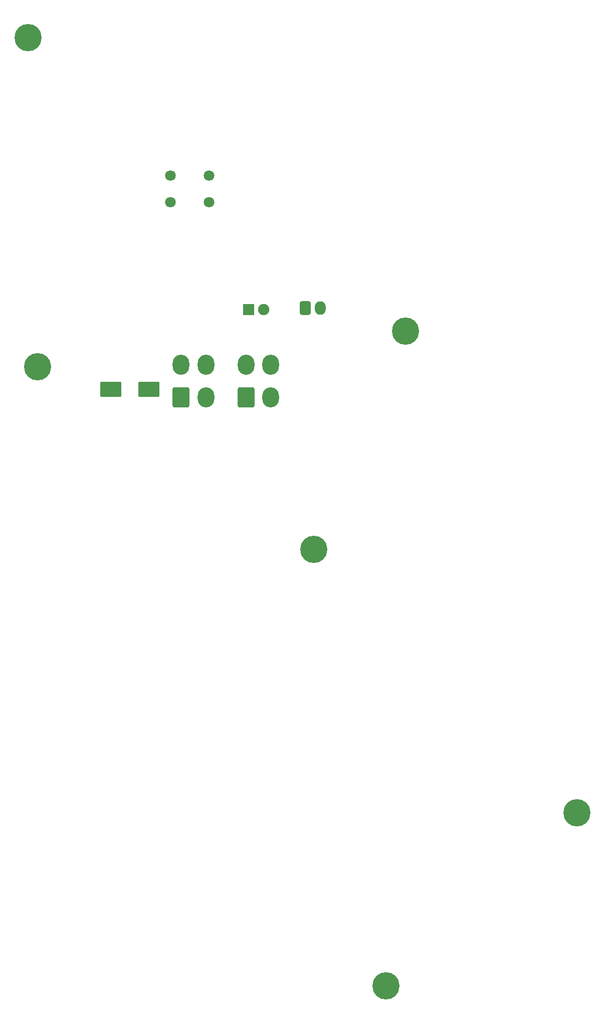
<source format=gbr>
%TF.GenerationSoftware,KiCad,Pcbnew,(6.0.9)*%
%TF.CreationDate,2023-03-29T20:10:42-08:00*%
%TF.ProjectId,ECM DISP PANEL,45434d20-4449-4535-9020-50414e454c2e,3*%
%TF.SameCoordinates,Original*%
%TF.FileFunction,Soldermask,Bot*%
%TF.FilePolarity,Negative*%
%FSLAX46Y46*%
G04 Gerber Fmt 4.6, Leading zero omitted, Abs format (unit mm)*
G04 Created by KiCad (PCBNEW (6.0.9)) date 2023-03-29 20:10:42*
%MOMM*%
%LPD*%
G01*
G04 APERTURE LIST*
G04 Aperture macros list*
%AMRoundRect*
0 Rectangle with rounded corners*
0 $1 Rounding radius*
0 $2 $3 $4 $5 $6 $7 $8 $9 X,Y pos of 4 corners*
0 Add a 4 corners polygon primitive as box body*
4,1,4,$2,$3,$4,$5,$6,$7,$8,$9,$2,$3,0*
0 Add four circle primitives for the rounded corners*
1,1,$1+$1,$2,$3*
1,1,$1+$1,$4,$5*
1,1,$1+$1,$6,$7*
1,1,$1+$1,$8,$9*
0 Add four rect primitives between the rounded corners*
20,1,$1+$1,$2,$3,$4,$5,0*
20,1,$1+$1,$4,$5,$6,$7,0*
20,1,$1+$1,$6,$7,$8,$9,0*
20,1,$1+$1,$8,$9,$2,$3,0*%
G04 Aperture macros list end*
%ADD10C,1.800000*%
%ADD11C,4.600000*%
%ADD12RoundRect,0.300001X-1.099999X-1.399999X1.099999X-1.399999X1.099999X1.399999X-1.099999X1.399999X0*%
%ADD13O,2.800000X3.400000*%
%ADD14RoundRect,0.300000X-1.500000X-1.000000X1.500000X-1.000000X1.500000X1.000000X-1.500000X1.000000X0*%
%ADD15RoundRect,0.050000X-0.900000X-0.900000X0.900000X-0.900000X0.900000X0.900000X-0.900000X0.900000X0*%
%ADD16C,1.900000*%
%ADD17RoundRect,0.300000X-0.620000X-0.845000X0.620000X-0.845000X0.620000X0.845000X-0.620000X0.845000X0*%
%ADD18O,1.840000X2.290000*%
G04 APERTURE END LIST*
D10*
%TO.C,SW1*%
X73406000Y-37465000D03*
X79906000Y-37465000D03*
X73406000Y-41965000D03*
X79906000Y-41965000D03*
%TD*%
D11*
%TO.C,H1*%
X50977800Y-69748400D03*
%TD*%
%TO.C,H2*%
X49350573Y-14232522D03*
%TD*%
%TO.C,H4*%
X97610573Y-100592522D03*
%TD*%
%TO.C,H5*%
X109829600Y-174244000D03*
%TD*%
%TO.C,H6*%
X142060572Y-145042522D03*
%TD*%
D12*
%TO.C,J1*%
X86150000Y-74900000D03*
D13*
X90350000Y-74900000D03*
X86150000Y-69400000D03*
X90350000Y-69400000D03*
%TD*%
D12*
%TO.C,J2*%
X75200000Y-74900000D03*
D13*
X79400000Y-74900000D03*
X75200000Y-69400000D03*
X79400000Y-69400000D03*
%TD*%
D14*
%TO.C,C1*%
X63298000Y-73533000D03*
X69798000Y-73533000D03*
%TD*%
D15*
%TO.C,D1*%
X86614000Y-60071000D03*
D16*
X89154000Y-60071000D03*
%TD*%
D17*
%TO.C,J3*%
X96213572Y-59825522D03*
D18*
X98753572Y-59825522D03*
%TD*%
D11*
%TO.C,H3*%
X113104572Y-63762522D03*
%TD*%
M02*

</source>
